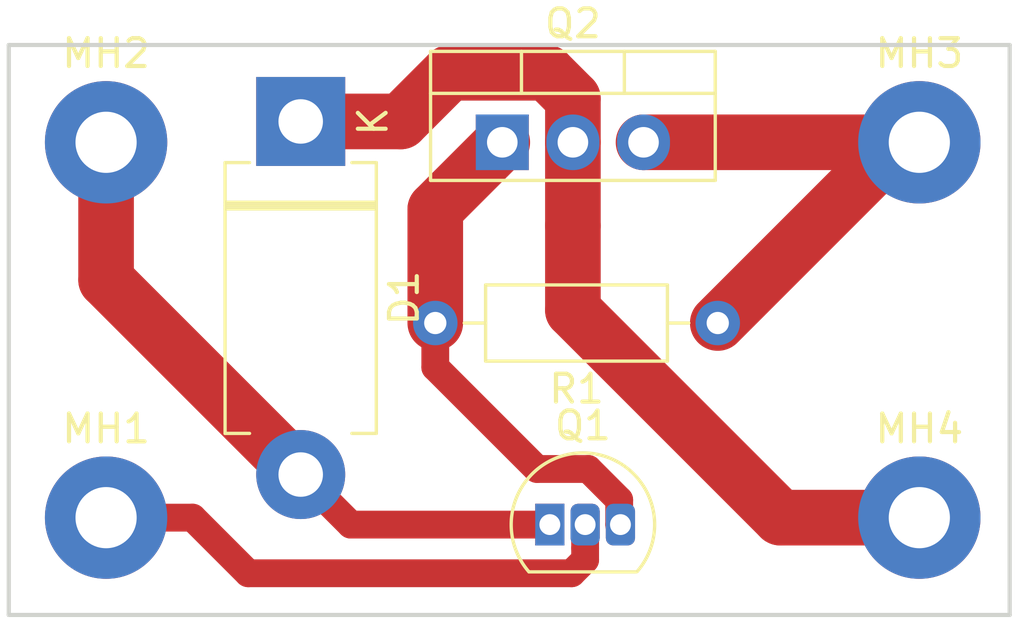
<source format=kicad_pcb>
(kicad_pcb (version 20171130) (host pcbnew "(5.0.0-3-g5ebb6b6)")

  (general
    (thickness 1.6)
    (drawings 4)
    (tracks 30)
    (zones 0)
    (modules 8)
    (nets 6)
  )

  (page A4)
  (layers
    (0 F.Cu signal)
    (31 B.Cu signal)
    (32 B.Adhes user)
    (33 F.Adhes user)
    (34 B.Paste user)
    (35 F.Paste user)
    (36 B.SilkS user)
    (37 F.SilkS user)
    (38 B.Mask user)
    (39 F.Mask user)
    (40 Dwgs.User user)
    (41 Cmts.User user)
    (42 Eco1.User user)
    (43 Eco2.User user)
    (44 Edge.Cuts user)
    (45 Margin user)
    (46 B.CrtYd user)
    (47 F.CrtYd user)
    (48 B.Fab user)
    (49 F.Fab user)
  )

  (setup
    (last_trace_width 1)
    (user_trace_width 1)
    (user_trace_width 2)
    (trace_clearance 0.2)
    (zone_clearance 0.508)
    (zone_45_only no)
    (trace_min 0.2)
    (segment_width 0.2)
    (edge_width 0.15)
    (via_size 0.8)
    (via_drill 0.4)
    (via_min_size 0.4)
    (via_min_drill 0.3)
    (uvia_size 0.3)
    (uvia_drill 0.1)
    (uvias_allowed no)
    (uvia_min_size 0.2)
    (uvia_min_drill 0.1)
    (pcb_text_width 0.3)
    (pcb_text_size 1.5 1.5)
    (mod_edge_width 0.15)
    (mod_text_size 1 1)
    (mod_text_width 0.15)
    (pad_size 1.524 1.524)
    (pad_drill 0.762)
    (pad_to_mask_clearance 0.2)
    (aux_axis_origin 0 0)
    (visible_elements FFFFFF7F)
    (pcbplotparams
      (layerselection 0x01000_7fffffff)
      (usegerberextensions false)
      (usegerberattributes false)
      (usegerberadvancedattributes false)
      (creategerberjobfile false)
      (excludeedgelayer true)
      (linewidth 0.100000)
      (plotframeref false)
      (viasonmask false)
      (mode 1)
      (useauxorigin false)
      (hpglpennumber 1)
      (hpglpenspeed 20)
      (hpglpendiameter 15.000000)
      (psnegative false)
      (psa4output false)
      (plotreference true)
      (plotvalue true)
      (plotinvisibletext false)
      (padsonsilk false)
      (subtractmaskfromsilk false)
      (outputformat 1)
      (mirror false)
      (drillshape 0)
      (scaleselection 1)
      (outputdirectory ""))
  )

  (net 0 "")
  (net 1 "Net-(D1-Pad1)")
  (net 2 "Net-(D1-Pad2)")
  (net 3 "Net-(MH1-Pad1)")
  (net 4 "Net-(MH3-Pad1)")
  (net 5 "Net-(Q1-Pad3)")

  (net_class Default "This is the default net class."
    (clearance 0.2)
    (trace_width 0.25)
    (via_dia 0.8)
    (via_drill 0.4)
    (uvia_dia 0.3)
    (uvia_drill 0.1)
    (add_net "Net-(D1-Pad1)")
    (add_net "Net-(D1-Pad2)")
    (add_net "Net-(MH1-Pad1)")
    (add_net "Net-(MH3-Pad1)")
    (add_net "Net-(Q1-Pad3)")
  )

  (module Diode_THT:D_DO-201AD_P12.70mm_Horizontal (layer F.Cu) (tedit 5AE50CD5) (tstamp 5C0A380A)
    (at 176.75 69.5 270)
    (descr "Diode, DO-201AD series, Axial, Horizontal, pin pitch=12.7mm, , length*diameter=9.5*5.2mm^2, , http://www.diodes.com/_files/packages/DO-201AD.pdf")
    (tags "Diode DO-201AD series Axial Horizontal pin pitch 12.7mm  length 9.5mm diameter 5.2mm")
    (path /5BFF451B)
    (fp_text reference D1 (at 6.35 -3.72 270) (layer F.SilkS)
      (effects (font (size 1 1) (thickness 0.15)))
    )
    (fp_text value D (at 6.35 3.72 270) (layer F.Fab)
      (effects (font (size 1 1) (thickness 0.15)))
    )
    (fp_line (start 1.6 -2.6) (end 1.6 2.6) (layer F.Fab) (width 0.1))
    (fp_line (start 1.6 2.6) (end 11.1 2.6) (layer F.Fab) (width 0.1))
    (fp_line (start 11.1 2.6) (end 11.1 -2.6) (layer F.Fab) (width 0.1))
    (fp_line (start 11.1 -2.6) (end 1.6 -2.6) (layer F.Fab) (width 0.1))
    (fp_line (start 0 0) (end 1.6 0) (layer F.Fab) (width 0.1))
    (fp_line (start 12.7 0) (end 11.1 0) (layer F.Fab) (width 0.1))
    (fp_line (start 3.025 -2.6) (end 3.025 2.6) (layer F.Fab) (width 0.1))
    (fp_line (start 3.125 -2.6) (end 3.125 2.6) (layer F.Fab) (width 0.1))
    (fp_line (start 2.925 -2.6) (end 2.925 2.6) (layer F.Fab) (width 0.1))
    (fp_line (start 1.48 -1.84) (end 1.48 -2.72) (layer F.SilkS) (width 0.12))
    (fp_line (start 1.48 -2.72) (end 11.22 -2.72) (layer F.SilkS) (width 0.12))
    (fp_line (start 11.22 -2.72) (end 11.22 -1.84) (layer F.SilkS) (width 0.12))
    (fp_line (start 1.48 1.84) (end 1.48 2.72) (layer F.SilkS) (width 0.12))
    (fp_line (start 1.48 2.72) (end 11.22 2.72) (layer F.SilkS) (width 0.12))
    (fp_line (start 11.22 2.72) (end 11.22 1.84) (layer F.SilkS) (width 0.12))
    (fp_line (start 3.025 -2.72) (end 3.025 2.72) (layer F.SilkS) (width 0.12))
    (fp_line (start 3.145 -2.72) (end 3.145 2.72) (layer F.SilkS) (width 0.12))
    (fp_line (start 2.905 -2.72) (end 2.905 2.72) (layer F.SilkS) (width 0.12))
    (fp_line (start -1.85 -2.85) (end -1.85 2.85) (layer F.CrtYd) (width 0.05))
    (fp_line (start -1.85 2.85) (end 14.55 2.85) (layer F.CrtYd) (width 0.05))
    (fp_line (start 14.55 2.85) (end 14.55 -2.85) (layer F.CrtYd) (width 0.05))
    (fp_line (start 14.55 -2.85) (end -1.85 -2.85) (layer F.CrtYd) (width 0.05))
    (fp_text user %R (at 7.0625 0 270) (layer F.Fab)
      (effects (font (size 1 1) (thickness 0.15)))
    )
    (fp_text user K (at 0 -2.6 270) (layer F.Fab)
      (effects (font (size 1 1) (thickness 0.15)))
    )
    (fp_text user K (at 0 -2.6 270) (layer F.SilkS)
      (effects (font (size 1 1) (thickness 0.15)))
    )
    (pad 1 thru_hole rect (at 0 0 270) (size 3.2 3.2) (drill 1.6) (layers *.Cu *.Mask)
      (net 1 "Net-(D1-Pad1)"))
    (pad 2 thru_hole oval (at 12.7 0 270) (size 3.2 3.2) (drill 1.6) (layers *.Cu *.Mask)
      (net 2 "Net-(D1-Pad2)"))
    (model ${KISYS3DMOD}/Diode_THT.3dshapes/D_DO-201AD_P12.70mm_Horizontal.wrl
      (at (xyz 0 0 0))
      (scale (xyz 1 1 1))
      (rotate (xyz 0 0 0))
    )
  )

  (module MountingHole:MountingHole_2.2mm_M2_Pad (layer F.Cu) (tedit 56D1B4CB) (tstamp 5C0A3812)
    (at 169.75 83.75)
    (descr "Mounting Hole 2.2mm, M2")
    (tags "mounting hole 2.2mm m2")
    (path /5BFF470D)
    (attr virtual)
    (fp_text reference MH1 (at 0 -3.2) (layer F.SilkS)
      (effects (font (size 1 1) (thickness 0.15)))
    )
    (fp_text value PI_SIGNAL (at 0 3.2) (layer F.Fab)
      (effects (font (size 1 1) (thickness 0.15)))
    )
    (fp_circle (center 0 0) (end 2.45 0) (layer F.CrtYd) (width 0.05))
    (fp_circle (center 0 0) (end 2.2 0) (layer Cmts.User) (width 0.15))
    (fp_text user %R (at 0.3 0) (layer F.Fab)
      (effects (font (size 1 1) (thickness 0.15)))
    )
    (pad 1 thru_hole circle (at 0 0) (size 4.4 4.4) (drill 2.2) (layers *.Cu *.Mask)
      (net 3 "Net-(MH1-Pad1)"))
  )

  (module MountingHole:MountingHole_2.2mm_M2_Pad (layer F.Cu) (tedit 56D1B4CB) (tstamp 5C0A381A)
    (at 169.75 70.25)
    (descr "Mounting Hole 2.2mm, M2")
    (tags "mounting hole 2.2mm m2")
    (path /5BFF4654)
    (attr virtual)
    (fp_text reference MH2 (at 0 -3.2) (layer F.SilkS)
      (effects (font (size 1 1) (thickness 0.15)))
    )
    (fp_text value GND (at 0 3.2) (layer F.Fab)
      (effects (font (size 1 1) (thickness 0.15)))
    )
    (fp_circle (center 0 0) (end 2.45 0) (layer F.CrtYd) (width 0.05))
    (fp_circle (center 0 0) (end 2.2 0) (layer Cmts.User) (width 0.15))
    (fp_text user %R (at 0.3 0) (layer F.Fab)
      (effects (font (size 1 1) (thickness 0.15)))
    )
    (pad 1 thru_hole circle (at 0 0) (size 4.4 4.4) (drill 2.2) (layers *.Cu *.Mask)
      (net 2 "Net-(D1-Pad2)"))
  )

  (module MountingHole:MountingHole_2.2mm_M2_Pad (layer F.Cu) (tedit 56D1B4CB) (tstamp 5C0A3822)
    (at 199 70.25)
    (descr "Mounting Hole 2.2mm, M2")
    (tags "mounting hole 2.2mm m2")
    (path /5BFF45D7)
    (attr virtual)
    (fp_text reference MH3 (at 0 -3.2) (layer F.SilkS)
      (effects (font (size 1 1) (thickness 0.15)))
    )
    (fp_text value 18V (at 0 3.2) (layer F.Fab)
      (effects (font (size 1 1) (thickness 0.15)))
    )
    (fp_text user %R (at 0.3 0) (layer F.Fab)
      (effects (font (size 1 1) (thickness 0.15)))
    )
    (fp_circle (center 0 0) (end 2.2 0) (layer Cmts.User) (width 0.15))
    (fp_circle (center 0 0) (end 2.45 0) (layer F.CrtYd) (width 0.05))
    (pad 1 thru_hole circle (at 0 0) (size 4.4 4.4) (drill 2.2) (layers *.Cu *.Mask)
      (net 4 "Net-(MH3-Pad1)"))
  )

  (module MountingHole:MountingHole_2.2mm_M2_Pad (layer F.Cu) (tedit 56D1B4CB) (tstamp 5C0A382A)
    (at 199 83.75)
    (descr "Mounting Hole 2.2mm, M2")
    (tags "mounting hole 2.2mm m2")
    (path /5BFF46A6)
    (attr virtual)
    (fp_text reference MH4 (at 0 -3.2) (layer F.SilkS)
      (effects (font (size 1 1) (thickness 0.15)))
    )
    (fp_text value SOLENOID (at 0 3.2) (layer F.Fab)
      (effects (font (size 1 1) (thickness 0.15)))
    )
    (fp_text user %R (at 0.3 0) (layer F.Fab)
      (effects (font (size 1 1) (thickness 0.15)))
    )
    (fp_circle (center 0 0) (end 2.2 0) (layer Cmts.User) (width 0.15))
    (fp_circle (center 0 0) (end 2.45 0) (layer F.CrtYd) (width 0.05))
    (pad 1 thru_hole circle (at 0 0) (size 4.4 4.4) (drill 2.2) (layers *.Cu *.Mask)
      (net 1 "Net-(D1-Pad1)"))
  )

  (module Package_TO_SOT_THT:TO-92L_Inline (layer F.Cu) (tedit 5A279A44) (tstamp 5C0A383B)
    (at 185.71 84)
    (descr "TO-92L leads in-line (large body variant of TO-92), also known as TO-226, wide, drill 0.75mm (see https://www.diodes.com/assets/Package-Files/TO92L.pdf and http://www.ti.com/lit/an/snoa059/snoa059.pdf)")
    (tags "TO-92L Inline Wide transistor")
    (path /5BFF40A0)
    (fp_text reference Q1 (at 1.19 -3.56) (layer F.SilkS)
      (effects (font (size 1 1) (thickness 0.15)))
    )
    (fp_text value Q_NMOS_SGD (at 1.19 2.79) (layer F.Fab)
      (effects (font (size 1 1) (thickness 0.15)))
    )
    (fp_text user %R (at 1.19 -3.56) (layer F.Fab)
      (effects (font (size 1 1) (thickness 0.15)))
    )
    (fp_line (start -0.75 1.7) (end 3.1 1.7) (layer F.SilkS) (width 0.12))
    (fp_line (start -0.7 1.6) (end 3.05 1.6) (layer F.Fab) (width 0.1))
    (fp_line (start -1.55 -2.75) (end 3.95 -2.75) (layer F.CrtYd) (width 0.05))
    (fp_line (start -1.55 -2.75) (end -1.55 1.85) (layer F.CrtYd) (width 0.05))
    (fp_line (start 3.95 1.85) (end 3.95 -2.75) (layer F.CrtYd) (width 0.05))
    (fp_line (start 3.95 1.85) (end -1.55 1.85) (layer F.CrtYd) (width 0.05))
    (fp_arc (start 1.19 0) (end -0.75 1.7) (angle 262.164354) (layer F.SilkS) (width 0.12))
    (fp_arc (start 1.19 0) (end 1.19 -2.48) (angle 129.9527847) (layer F.Fab) (width 0.1))
    (fp_arc (start 1.19 0) (end 1.19 -2.48) (angle -130.2499344) (layer F.Fab) (width 0.1))
    (pad 2 thru_hole roundrect (at 1.27 0) (size 1.05 1.5) (drill 0.75) (layers *.Cu *.Mask) (roundrect_rratio 0.25)
      (net 3 "Net-(MH1-Pad1)"))
    (pad 3 thru_hole roundrect (at 2.54 0) (size 1.05 1.5) (drill 0.75) (layers *.Cu *.Mask) (roundrect_rratio 0.25)
      (net 5 "Net-(Q1-Pad3)"))
    (pad 1 thru_hole rect (at 0 0) (size 1.05 1.5) (drill 0.75) (layers *.Cu *.Mask)
      (net 2 "Net-(D1-Pad2)"))
    (model ${KISYS3DMOD}/Package_TO_SOT_THT.3dshapes/TO-92L_Inline.wrl
      (at (xyz 0 0 0))
      (scale (xyz 1 1 1))
      (rotate (xyz 0 0 0))
    )
  )

  (module Package_TO_SOT_THT:TO-220-3_Vertical (layer F.Cu) (tedit 5AC8BA0D) (tstamp 5C0A3855)
    (at 184 70.25)
    (descr "TO-220-3, Vertical, RM 2.54mm, see https://www.vishay.com/docs/66542/to-220-1.pdf")
    (tags "TO-220-3 Vertical RM 2.54mm")
    (path /5BFF432B)
    (fp_text reference Q2 (at 2.54 -4.27) (layer F.SilkS)
      (effects (font (size 1 1) (thickness 0.15)))
    )
    (fp_text value Q_PMOS_GDS (at 2.54 2.5) (layer F.Fab)
      (effects (font (size 1 1) (thickness 0.15)))
    )
    (fp_line (start -2.46 -3.15) (end -2.46 1.25) (layer F.Fab) (width 0.1))
    (fp_line (start -2.46 1.25) (end 7.54 1.25) (layer F.Fab) (width 0.1))
    (fp_line (start 7.54 1.25) (end 7.54 -3.15) (layer F.Fab) (width 0.1))
    (fp_line (start 7.54 -3.15) (end -2.46 -3.15) (layer F.Fab) (width 0.1))
    (fp_line (start -2.46 -1.88) (end 7.54 -1.88) (layer F.Fab) (width 0.1))
    (fp_line (start 0.69 -3.15) (end 0.69 -1.88) (layer F.Fab) (width 0.1))
    (fp_line (start 4.39 -3.15) (end 4.39 -1.88) (layer F.Fab) (width 0.1))
    (fp_line (start -2.58 -3.27) (end 7.66 -3.27) (layer F.SilkS) (width 0.12))
    (fp_line (start -2.58 1.371) (end 7.66 1.371) (layer F.SilkS) (width 0.12))
    (fp_line (start -2.58 -3.27) (end -2.58 1.371) (layer F.SilkS) (width 0.12))
    (fp_line (start 7.66 -3.27) (end 7.66 1.371) (layer F.SilkS) (width 0.12))
    (fp_line (start -2.58 -1.76) (end 7.66 -1.76) (layer F.SilkS) (width 0.12))
    (fp_line (start 0.69 -3.27) (end 0.69 -1.76) (layer F.SilkS) (width 0.12))
    (fp_line (start 4.391 -3.27) (end 4.391 -1.76) (layer F.SilkS) (width 0.12))
    (fp_line (start -2.71 -3.4) (end -2.71 1.51) (layer F.CrtYd) (width 0.05))
    (fp_line (start -2.71 1.51) (end 7.79 1.51) (layer F.CrtYd) (width 0.05))
    (fp_line (start 7.79 1.51) (end 7.79 -3.4) (layer F.CrtYd) (width 0.05))
    (fp_line (start 7.79 -3.4) (end -2.71 -3.4) (layer F.CrtYd) (width 0.05))
    (fp_text user %R (at 2.54 -4.27) (layer F.Fab)
      (effects (font (size 1 1) (thickness 0.15)))
    )
    (pad 1 thru_hole rect (at 0 0) (size 1.905 2) (drill 1.1) (layers *.Cu *.Mask)
      (net 5 "Net-(Q1-Pad3)"))
    (pad 2 thru_hole oval (at 2.54 0) (size 1.905 2) (drill 1.1) (layers *.Cu *.Mask)
      (net 1 "Net-(D1-Pad1)"))
    (pad 3 thru_hole oval (at 5.08 0) (size 1.905 2) (drill 1.1) (layers *.Cu *.Mask)
      (net 4 "Net-(MH3-Pad1)"))
    (model ${KISYS3DMOD}/Package_TO_SOT_THT.3dshapes/TO-220-3_Vertical.wrl
      (at (xyz 0 0 0))
      (scale (xyz 1 1 1))
      (rotate (xyz 0 0 0))
    )
  )

  (module Resistor_THT:R_Axial_DIN0207_L6.3mm_D2.5mm_P10.16mm_Horizontal (layer F.Cu) (tedit 5AE5139B) (tstamp 5C0A386C)
    (at 191.75 76.75 180)
    (descr "Resistor, Axial_DIN0207 series, Axial, Horizontal, pin pitch=10.16mm, 0.25W = 1/4W, length*diameter=6.3*2.5mm^2, http://cdn-reichelt.de/documents/datenblatt/B400/1_4W%23YAG.pdf")
    (tags "Resistor Axial_DIN0207 series Axial Horizontal pin pitch 10.16mm 0.25W = 1/4W length 6.3mm diameter 2.5mm")
    (path /5BFF449B)
    (fp_text reference R1 (at 5.08 -2.37 180) (layer F.SilkS)
      (effects (font (size 1 1) (thickness 0.15)))
    )
    (fp_text value R_US (at 5.08 2.37 180) (layer F.Fab)
      (effects (font (size 1 1) (thickness 0.15)))
    )
    (fp_line (start 1.93 -1.25) (end 1.93 1.25) (layer F.Fab) (width 0.1))
    (fp_line (start 1.93 1.25) (end 8.23 1.25) (layer F.Fab) (width 0.1))
    (fp_line (start 8.23 1.25) (end 8.23 -1.25) (layer F.Fab) (width 0.1))
    (fp_line (start 8.23 -1.25) (end 1.93 -1.25) (layer F.Fab) (width 0.1))
    (fp_line (start 0 0) (end 1.93 0) (layer F.Fab) (width 0.1))
    (fp_line (start 10.16 0) (end 8.23 0) (layer F.Fab) (width 0.1))
    (fp_line (start 1.81 -1.37) (end 1.81 1.37) (layer F.SilkS) (width 0.12))
    (fp_line (start 1.81 1.37) (end 8.35 1.37) (layer F.SilkS) (width 0.12))
    (fp_line (start 8.35 1.37) (end 8.35 -1.37) (layer F.SilkS) (width 0.12))
    (fp_line (start 8.35 -1.37) (end 1.81 -1.37) (layer F.SilkS) (width 0.12))
    (fp_line (start 1.04 0) (end 1.81 0) (layer F.SilkS) (width 0.12))
    (fp_line (start 9.12 0) (end 8.35 0) (layer F.SilkS) (width 0.12))
    (fp_line (start -1.05 -1.5) (end -1.05 1.5) (layer F.CrtYd) (width 0.05))
    (fp_line (start -1.05 1.5) (end 11.21 1.5) (layer F.CrtYd) (width 0.05))
    (fp_line (start 11.21 1.5) (end 11.21 -1.5) (layer F.CrtYd) (width 0.05))
    (fp_line (start 11.21 -1.5) (end -1.05 -1.5) (layer F.CrtYd) (width 0.05))
    (fp_text user %R (at 5.08 0 180) (layer F.Fab)
      (effects (font (size 1 1) (thickness 0.15)))
    )
    (pad 1 thru_hole circle (at 0 0 180) (size 1.6 1.6) (drill 0.8) (layers *.Cu *.Mask)
      (net 4 "Net-(MH3-Pad1)"))
    (pad 2 thru_hole oval (at 10.16 0 180) (size 1.6 1.6) (drill 0.8) (layers *.Cu *.Mask)
      (net 5 "Net-(Q1-Pad3)"))
    (model ${KISYS3DMOD}/Resistor_THT.3dshapes/R_Axial_DIN0207_L6.3mm_D2.5mm_P10.16mm_Horizontal.wrl
      (at (xyz 0 0 0))
      (scale (xyz 1 1 1))
      (rotate (xyz 0 0 0))
    )
  )

  (gr_line (start 202.25 66.75) (end 166.25 66.75) (layer Edge.Cuts) (width 0.15))
  (gr_line (start 202.25 87.25) (end 202.25 66.75) (layer Edge.Cuts) (width 0.15))
  (gr_line (start 166.25 87.25) (end 202.25 87.25) (layer Edge.Cuts) (width 0.15))
  (gr_line (start 166.25 66.75) (end 166.25 87.25) (layer Edge.Cuts) (width 0.15))

  (segment (start 186.54 68.677498) (end 186.54 70.25) (width 2) (layer F.Cu) (net 1))
  (segment (start 185.612502 67.75) (end 186.54 68.677498) (width 2) (layer F.Cu) (net 1))
  (segment (start 182.1 67.75) (end 185.612502 67.75) (width 2) (layer F.Cu) (net 1))
  (segment (start 180.35 69.5) (end 182.1 67.75) (width 2) (layer F.Cu) (net 1))
  (segment (start 176.75 69.5) (end 180.35 69.5) (width 2) (layer F.Cu) (net 1))
  (segment (start 186.54 76.29) (end 186.54 73.25) (width 2) (layer F.Cu) (net 1))
  (segment (start 186.54 73.25) (end 186.54 70.25) (width 2) (layer F.Cu) (net 1))
  (segment (start 194 83.75) (end 186.54 76.29) (width 2) (layer F.Cu) (net 1))
  (segment (start 199 83.75) (end 194 83.75) (width 2) (layer F.Cu) (net 1))
  (segment (start 169.75 75.2) (end 176.75 82.2) (width 2) (layer F.Cu) (net 2))
  (segment (start 169.75 70.25) (end 169.75 75.2) (width 2) (layer F.Cu) (net 2))
  (segment (start 178.55 84) (end 176.75 82.2) (width 1) (layer F.Cu) (net 2))
  (segment (start 185.71 84) (end 178.55 84) (width 1) (layer F.Cu) (net 2))
  (segment (start 186.98 85.265002) (end 186.98 84.85) (width 1) (layer F.Cu) (net 3))
  (segment (start 186.495002 85.75) (end 186.98 85.265002) (width 1) (layer F.Cu) (net 3))
  (segment (start 174.861269 85.75) (end 186.495002 85.75) (width 1) (layer F.Cu) (net 3))
  (segment (start 172.861269 83.75) (end 174.861269 85.75) (width 1) (layer F.Cu) (net 3))
  (segment (start 186.98 84.85) (end 186.98 84) (width 1) (layer F.Cu) (net 3))
  (segment (start 169.75 83.75) (end 172.861269 83.75) (width 1) (layer F.Cu) (net 3))
  (segment (start 198.25 70.25) (end 191.75 76.75) (width 2) (layer F.Cu) (net 4))
  (segment (start 199 70.25) (end 198.25 70.25) (width 2) (layer F.Cu) (net 4))
  (segment (start 199 70.25) (end 189.08 70.25) (width 2) (layer F.Cu) (net 4))
  (segment (start 181.59 72.66) (end 184 70.25) (width 2) (layer F.Cu) (net 5))
  (segment (start 181.59 76.75) (end 181.59 72.66) (width 2) (layer F.Cu) (net 5))
  (segment (start 188.20501 84) (end 188.25 84) (width 1) (layer F.Cu) (net 5))
  (segment (start 187.091196 82) (end 188.20501 83.113814) (width 1) (layer F.Cu) (net 5))
  (segment (start 188.20501 83.113814) (end 188.20501 84) (width 1) (layer F.Cu) (net 5))
  (segment (start 185.25 82) (end 187.091196 82) (width 1) (layer F.Cu) (net 5))
  (segment (start 181.59 78.34) (end 185.25 82) (width 1) (layer F.Cu) (net 5))
  (segment (start 181.59 76.75) (end 181.59 78.34) (width 1) (layer F.Cu) (net 5))

)

</source>
